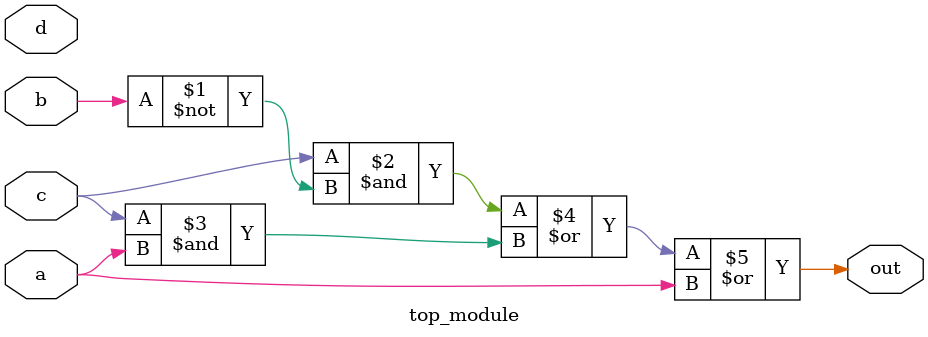
<source format=v>
module top_module(
    input a,
    input b,
    input c,
    input d,
    output out  ); 
   assign out = c&~b|c&a|a;

endmodule

</source>
